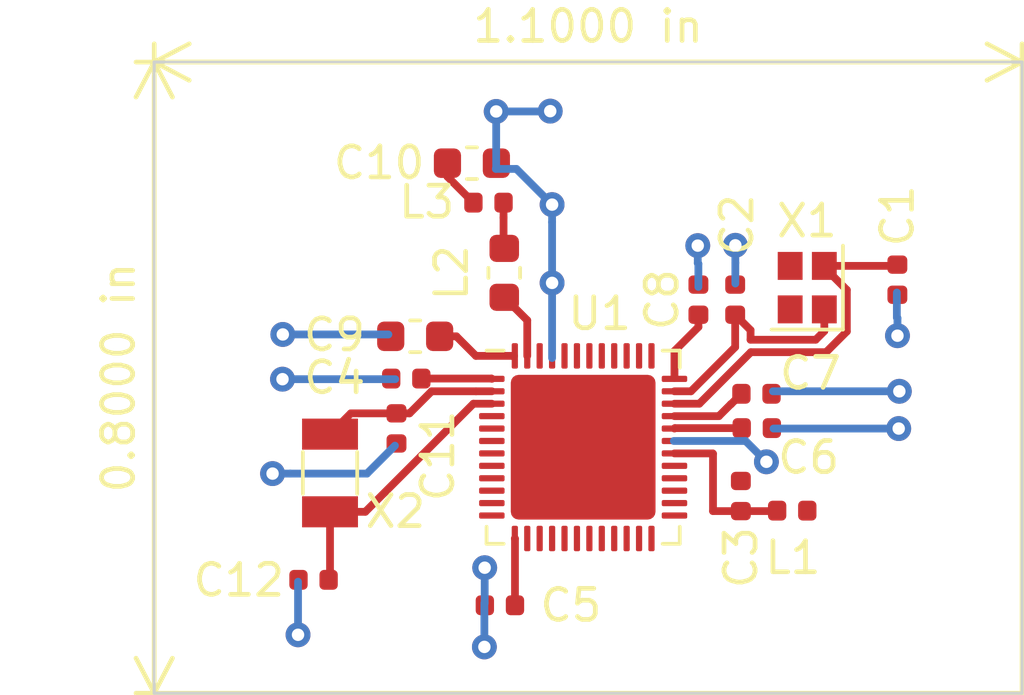
<source format=kicad_pcb>
(kicad_pcb (version 20171130) (host pcbnew "(5.1.2)-1")

  (general
    (thickness 1.6)
    (drawings 6)
    (tracks 115)
    (zones 0)
    (modules 18)
    (nets 48)
  )

  (page A4)
  (title_block
    (title "PCB layout: nRF52832")
    (date 2019-06-14)
    (rev V.1)
    (company "UFAL - Instituto de Computação")
  )

  (layers
    (0 F.Cu signal)
    (31 B.Cu signal)
    (32 B.Adhes user)
    (33 F.Adhes user)
    (34 B.Paste user)
    (35 F.Paste user)
    (36 B.SilkS user)
    (37 F.SilkS user)
    (38 B.Mask user)
    (39 F.Mask user)
    (40 Dwgs.User user)
    (41 Cmts.User user)
    (42 Eco1.User user)
    (43 Eco2.User user)
    (44 Edge.Cuts user)
    (45 Margin user)
    (46 B.CrtYd user)
    (47 F.CrtYd user hide)
    (48 B.Fab user)
    (49 F.Fab user hide)
  )

  (setup
    (last_trace_width 0.25)
    (trace_clearance 0)
    (zone_clearance 0.508)
    (zone_45_only no)
    (trace_min 0.2)
    (via_size 0.8)
    (via_drill 0.4)
    (via_min_size 0.4)
    (via_min_drill 0.3)
    (uvia_size 0.3)
    (uvia_drill 0.1)
    (uvias_allowed no)
    (uvia_min_size 0.2)
    (uvia_min_drill 0.1)
    (edge_width 0.1)
    (segment_width 0.2)
    (pcb_text_width 0.3)
    (pcb_text_size 1.5 1.5)
    (mod_edge_width 0.15)
    (mod_text_size 1 1)
    (mod_text_width 0.15)
    (pad_size 1.99898 1.99898)
    (pad_drill 0)
    (pad_to_mask_clearance 0)
    (aux_axis_origin 0 0)
    (visible_elements 7FFFFFFF)
    (pcbplotparams
      (layerselection 0x010fc_ffffffff)
      (usegerberextensions false)
      (usegerberattributes false)
      (usegerberadvancedattributes false)
      (creategerberjobfile false)
      (excludeedgelayer true)
      (linewidth 0.100000)
      (plotframeref false)
      (viasonmask false)
      (mode 1)
      (useauxorigin false)
      (hpglpennumber 1)
      (hpglpenspeed 20)
      (hpglpendiameter 15.000000)
      (psnegative false)
      (psa4output false)
      (plotreference true)
      (plotvalue true)
      (plotinvisibletext false)
      (padsonsilk false)
      (subtractmaskfromsilk false)
      (outputformat 1)
      (mirror false)
      (drillshape 1)
      (scaleselection 1)
      (outputdirectory ""))
  )

  (net 0 "")
  (net 1 "Net-(C1-Pad1)")
  (net 2 Earth)
  (net 3 "Net-(C2-Pad1)")
  (net 4 "Net-(C3-Pad1)")
  (net 5 "Net-(C4-Pad1)")
  (net 6 VDD)
  (net 7 "Net-(C6-Pad1)")
  (net 8 "Net-(C7-Pad1)")
  (net 9 "Net-(C10-Pad1)")
  (net 10 "Net-(C11-Pad1)")
  (net 11 "Net-(C12-Pad1)")
  (net 12 /RF)
  (net 13 "Net-(L2-Pad1)")
  (net 14 "Net-(L2-Pad2)")
  (net 15 "Net-(U1-Pad4)")
  (net 16 "Net-(U1-Pad5)")
  (net 17 "Net-(U1-Pad6)")
  (net 18 "Net-(U1-Pad7)")
  (net 19 "Net-(U1-Pad8)")
  (net 20 "Net-(U1-Pad9)")
  (net 21 "Net-(U1-Pad10)")
  (net 22 "Net-(U1-Pad11)")
  (net 23 "Net-(U1-Pad12)")
  (net 24 "Net-(U1-Pad14)")
  (net 25 "Net-(U1-Pad15)")
  (net 26 "Net-(U1-Pad16)")
  (net 27 "Net-(U1-Pad17)")
  (net 28 "Net-(U1-Pad18)")
  (net 29 "Net-(U1-Pad19)")
  (net 30 "Net-(U1-Pad20)")
  (net 31 "Net-(U1-Pad21)")
  (net 32 "Net-(U1-Pad22)")
  (net 33 "Net-(U1-Pad23)")
  (net 34 "Net-(U1-Pad24)")
  (net 35 "Net-(U1-Pad25)")
  (net 36 "Net-(U1-Pad26)")
  (net 37 "Net-(U1-Pad27)")
  (net 38 "Net-(U1-Pad28)")
  (net 39 "Net-(U1-Pad29)")
  (net 40 "Net-(U1-Pad37)")
  (net 41 "Net-(U1-Pad38)")
  (net 42 "Net-(U1-Pad39)")
  (net 43 "Net-(U1-Pad40)")
  (net 44 "Net-(U1-Pad41)")
  (net 45 "Net-(U1-Pad42)")
  (net 46 "Net-(U1-Pad43)")
  (net 47 "Net-(U1-Pad44)")

  (net_class Default "Esta é a classe de rede padrão."
    (clearance 0)
    (trace_width 0.25)
    (via_dia 0.8)
    (via_drill 0.4)
    (uvia_dia 0.3)
    (uvia_drill 0.1)
    (add_net /RF)
    (add_net Earth)
    (add_net "Net-(C1-Pad1)")
    (add_net "Net-(C10-Pad1)")
    (add_net "Net-(C11-Pad1)")
    (add_net "Net-(C12-Pad1)")
    (add_net "Net-(C2-Pad1)")
    (add_net "Net-(C3-Pad1)")
    (add_net "Net-(C4-Pad1)")
    (add_net "Net-(C6-Pad1)")
    (add_net "Net-(C7-Pad1)")
    (add_net "Net-(L2-Pad1)")
    (add_net "Net-(L2-Pad2)")
    (add_net "Net-(U1-Pad10)")
    (add_net "Net-(U1-Pad11)")
    (add_net "Net-(U1-Pad12)")
    (add_net "Net-(U1-Pad14)")
    (add_net "Net-(U1-Pad15)")
    (add_net "Net-(U1-Pad16)")
    (add_net "Net-(U1-Pad17)")
    (add_net "Net-(U1-Pad18)")
    (add_net "Net-(U1-Pad19)")
    (add_net "Net-(U1-Pad20)")
    (add_net "Net-(U1-Pad21)")
    (add_net "Net-(U1-Pad22)")
    (add_net "Net-(U1-Pad23)")
    (add_net "Net-(U1-Pad24)")
    (add_net "Net-(U1-Pad25)")
    (add_net "Net-(U1-Pad26)")
    (add_net "Net-(U1-Pad27)")
    (add_net "Net-(U1-Pad28)")
    (add_net "Net-(U1-Pad29)")
    (add_net "Net-(U1-Pad37)")
    (add_net "Net-(U1-Pad38)")
    (add_net "Net-(U1-Pad39)")
    (add_net "Net-(U1-Pad4)")
    (add_net "Net-(U1-Pad40)")
    (add_net "Net-(U1-Pad41)")
    (add_net "Net-(U1-Pad42)")
    (add_net "Net-(U1-Pad43)")
    (add_net "Net-(U1-Pad44)")
    (add_net "Net-(U1-Pad5)")
    (add_net "Net-(U1-Pad6)")
    (add_net "Net-(U1-Pad7)")
    (add_net "Net-(U1-Pad8)")
    (add_net "Net-(U1-Pad9)")
    (add_net VDD)
  )

  (module Inductor_SMD:L_0603_1608Metric (layer F.Cu) (tedit 5B301BBE) (tstamp 5D03AB2D)
    (at 181.45 82.9865 270)
    (descr "Inductor SMD 0603 (1608 Metric), square (rectangular) end terminal, IPC_7351 nominal, (Body size source: http://www.tortai-tech.com/upload/download/2011102023233369053.pdf), generated with kicad-footprint-generator")
    (tags inductor)
    (path /5CF854A7)
    (attr smd)
    (fp_text reference L2 (at 0 1.69926 90) (layer F.SilkS)
      (effects (font (size 1 1) (thickness 0.15)))
    )
    (fp_text value 10µ (at 0 1.43 90) (layer F.Fab)
      (effects (font (size 1 1) (thickness 0.15)))
    )
    (fp_line (start -0.8 0.4) (end -0.8 -0.4) (layer F.Fab) (width 0.1))
    (fp_line (start -0.8 -0.4) (end 0.8 -0.4) (layer F.Fab) (width 0.1))
    (fp_line (start 0.8 -0.4) (end 0.8 0.4) (layer F.Fab) (width 0.1))
    (fp_line (start 0.8 0.4) (end -0.8 0.4) (layer F.Fab) (width 0.1))
    (fp_line (start -0.162779 -0.51) (end 0.162779 -0.51) (layer F.SilkS) (width 0.12))
    (fp_line (start -0.162779 0.51) (end 0.162779 0.51) (layer F.SilkS) (width 0.12))
    (fp_line (start -1.48 0.73) (end -1.48 -0.73) (layer F.CrtYd) (width 0.05))
    (fp_line (start -1.48 -0.73) (end 1.48 -0.73) (layer F.CrtYd) (width 0.05))
    (fp_line (start 1.48 -0.73) (end 1.48 0.73) (layer F.CrtYd) (width 0.05))
    (fp_line (start 1.48 0.73) (end -1.48 0.73) (layer F.CrtYd) (width 0.05))
    (fp_text user %R (at 0 0 90) (layer F.Fab)
      (effects (font (size 0.4 0.4) (thickness 0.06)))
    )
    (pad 1 smd roundrect (at -0.7875 0 270) (size 0.875 0.95) (layers F.Cu F.Paste F.Mask) (roundrect_rratio 0.25)
      (net 13 "Net-(L2-Pad1)"))
    (pad 2 smd roundrect (at 0.7875 0 270) (size 0.875 0.95) (layers F.Cu F.Paste F.Mask) (roundrect_rratio 0.25)
      (net 14 "Net-(L2-Pad2)"))
    (model ${KISYS3DMOD}/Inductor_SMD.3dshapes/L_0603_1608Metric.wrl
      (at (xyz 0 0 0))
      (scale (xyz 1 1 1))
      (rotate (xyz 0 0 0))
    )
  )

  (module Crystal:Crystal_SMD_3215-2Pin_3.2x1.5mm (layer F.Cu) (tedit 5A0FD1B2) (tstamp 5D03ABB4)
    (at 175.84 89.43 90)
    (descr "SMD Crystal FC-135 https://support.epson.biz/td/api/doc_check.php?dl=brief_FC-135R_en.pdf")
    (tags "SMD SMT Crystal")
    (path /5CF68FE2)
    (attr smd)
    (fp_text reference X2 (at -1.23952 2.10566 180) (layer F.SilkS)
      (effects (font (size 1 1) (thickness 0.15)))
    )
    (fp_text value 32.768kHz (at 0 2 90) (layer F.Fab)
      (effects (font (size 1 1) (thickness 0.15)))
    )
    (fp_text user %R (at 0 -2 90) (layer F.Fab)
      (effects (font (size 1 1) (thickness 0.15)))
    )
    (fp_line (start -2 -1.15) (end 2 -1.15) (layer F.CrtYd) (width 0.05))
    (fp_line (start -1.6 -0.75) (end -1.6 0.75) (layer F.Fab) (width 0.1))
    (fp_line (start -0.675 0.875) (end 0.675 0.875) (layer F.SilkS) (width 0.12))
    (fp_line (start -0.675 -0.875) (end 0.675 -0.875) (layer F.SilkS) (width 0.12))
    (fp_line (start 1.6 -0.75) (end 1.6 0.75) (layer F.Fab) (width 0.1))
    (fp_line (start -1.6 -0.75) (end 1.6 -0.75) (layer F.Fab) (width 0.1))
    (fp_line (start -1.6 0.75) (end 1.6 0.75) (layer F.Fab) (width 0.1))
    (fp_line (start -2 1.15) (end 2 1.15) (layer F.CrtYd) (width 0.05))
    (fp_line (start -2 -1.15) (end -2 1.15) (layer F.CrtYd) (width 0.05))
    (fp_line (start 2 -1.15) (end 2 1.15) (layer F.CrtYd) (width 0.05))
    (pad 1 smd rect (at 1.25 0 90) (size 1 1.8) (layers F.Cu F.Paste F.Mask)
      (net 10 "Net-(C11-Pad1)"))
    (pad 2 smd rect (at -1.25 0 90) (size 1 1.8) (layers F.Cu F.Paste F.Mask)
      (net 11 "Net-(C12-Pad1)"))
    (model ${KISYS3DMOD}/Crystal.3dshapes/Crystal_SMD_3215-2Pin_3.2x1.5mm.wrl
      (at (xyz 0 0 0))
      (scale (xyz 1 1 1))
      (rotate (xyz 0 0 0))
    )
  )

  (module Crystal:Crystal_SMD_2016-4Pin_2.0x1.6mm (layer F.Cu) (tedit 5A0FD1B2) (tstamp 5D03DBA1)
    (at 191.20478 83.46262 90)
    (descr "SMD Crystal SERIES SMD2016/4 http://www.q-crystal.com/upload/5/2015552223166229.pdf, 2.0x1.6mm^2 package")
    (tags "SMD SMT crystal")
    (path /5CF9BA20)
    (attr smd)
    (fp_text reference X1 (at 2.14734 -0.01134 180) (layer F.SilkS)
      (effects (font (size 1 1) (thickness 0.15)))
    )
    (fp_text value 32MHz (at 0 2 90) (layer F.Fab)
      (effects (font (size 1 1) (thickness 0.15)))
    )
    (fp_text user %R (at 0 0 90) (layer F.Fab)
      (effects (font (size 0.5 0.5) (thickness 0.075)))
    )
    (fp_line (start -0.9 -0.8) (end 0.9 -0.8) (layer F.Fab) (width 0.1))
    (fp_line (start 0.9 -0.8) (end 1 -0.7) (layer F.Fab) (width 0.1))
    (fp_line (start 1 -0.7) (end 1 0.7) (layer F.Fab) (width 0.1))
    (fp_line (start 1 0.7) (end 0.9 0.8) (layer F.Fab) (width 0.1))
    (fp_line (start 0.9 0.8) (end -0.9 0.8) (layer F.Fab) (width 0.1))
    (fp_line (start -0.9 0.8) (end -1 0.7) (layer F.Fab) (width 0.1))
    (fp_line (start -1 0.7) (end -1 -0.7) (layer F.Fab) (width 0.1))
    (fp_line (start -1 -0.7) (end -0.9 -0.8) (layer F.Fab) (width 0.1))
    (fp_line (start -1 0.3) (end -0.5 0.8) (layer F.Fab) (width 0.1))
    (fp_line (start -1.35 -1.15) (end -1.35 1.15) (layer F.SilkS) (width 0.12))
    (fp_line (start -1.35 1.15) (end 1.35 1.15) (layer F.SilkS) (width 0.12))
    (fp_line (start -1.4 -1.3) (end -1.4 1.3) (layer F.CrtYd) (width 0.05))
    (fp_line (start -1.4 1.3) (end 1.4 1.3) (layer F.CrtYd) (width 0.05))
    (fp_line (start 1.4 1.3) (end 1.4 -1.3) (layer F.CrtYd) (width 0.05))
    (fp_line (start 1.4 -1.3) (end -1.4 -1.3) (layer F.CrtYd) (width 0.05))
    (pad 1 smd rect (at -0.7 0.55 90) (size 0.9 0.8) (layers F.Cu F.Paste F.Mask)
      (net 3 "Net-(C2-Pad1)"))
    (pad 2 smd rect (at 0.7 0.55 90) (size 0.9 0.8) (layers F.Cu F.Paste F.Mask)
      (net 1 "Net-(C1-Pad1)"))
    (pad 3 smd rect (at 0.7 -0.55 90) (size 0.9 0.8) (layers F.Cu F.Paste F.Mask))
    (pad 4 smd rect (at -0.7 -0.55 90) (size 0.9 0.8) (layers F.Cu F.Paste F.Mask))
    (model ${KISYS3DMOD}/Crystal.3dshapes/Crystal_SMD_2016-4Pin_2.0x1.6mm.wrl
      (at (xyz 0 0 0))
      (scale (xyz 1 1 1))
      (rotate (xyz 0 0 0))
    )
  )

  (module Capacitor_SMD:C_0402_1005Metric (layer F.Cu) (tedit 5B301BBE) (tstamp 5D03AA64)
    (at 194.10682 83.20744 270)
    (descr "Capacitor SMD 0402 (1005 Metric), square (rectangular) end terminal, IPC_7351 nominal, (Body size source: http://www.tortai-tech.com/upload/download/2011102023233369053.pdf), generated with kicad-footprint-generator")
    (tags capacitor)
    (path /5CF9BA1E)
    (attr smd)
    (fp_text reference C1 (at -2.055 0 90) (layer F.SilkS)
      (effects (font (size 1 1) (thickness 0.15)))
    )
    (fp_text value 12p (at 0 1.17 90) (layer F.Fab)
      (effects (font (size 1 1) (thickness 0.15)))
    )
    (fp_line (start -0.5 0.25) (end -0.5 -0.25) (layer F.Fab) (width 0.1))
    (fp_line (start -0.5 -0.25) (end 0.5 -0.25) (layer F.Fab) (width 0.1))
    (fp_line (start 0.5 -0.25) (end 0.5 0.25) (layer F.Fab) (width 0.1))
    (fp_line (start 0.5 0.25) (end -0.5 0.25) (layer F.Fab) (width 0.1))
    (fp_line (start -0.93 0.47) (end -0.93 -0.47) (layer F.CrtYd) (width 0.05))
    (fp_line (start -0.93 -0.47) (end 0.93 -0.47) (layer F.CrtYd) (width 0.05))
    (fp_line (start 0.93 -0.47) (end 0.93 0.47) (layer F.CrtYd) (width 0.05))
    (fp_line (start 0.93 0.47) (end -0.93 0.47) (layer F.CrtYd) (width 0.05))
    (fp_text user %R (at 0 0 90) (layer F.Fab)
      (effects (font (size 0.25 0.25) (thickness 0.04)))
    )
    (pad 1 smd roundrect (at -0.485 0 270) (size 0.59 0.64) (layers F.Cu F.Paste F.Mask) (roundrect_rratio 0.25)
      (net 1 "Net-(C1-Pad1)"))
    (pad 2 smd roundrect (at 0.485 0 270) (size 0.59 0.64) (layers F.Cu F.Paste F.Mask) (roundrect_rratio 0.25)
      (net 2 Earth))
    (model ${KISYS3DMOD}/Capacitor_SMD.3dshapes/C_0402_1005Metric.wrl
      (at (xyz 0 0 0))
      (scale (xyz 1 1 1))
      (rotate (xyz 0 0 0))
    )
  )

  (module Capacitor_SMD:C_0402_1005Metric (layer F.Cu) (tedit 5B301BBE) (tstamp 5D03AA73)
    (at 188.88458 83.8502 90)
    (descr "Capacitor SMD 0402 (1005 Metric), square (rectangular) end terminal, IPC_7351 nominal, (Body size source: http://www.tortai-tech.com/upload/download/2011102023233369053.pdf), generated with kicad-footprint-generator")
    (tags capacitor)
    (path /5CF9BA1D)
    (attr smd)
    (fp_text reference C2 (at 2.40538 0.05588 90) (layer F.SilkS)
      (effects (font (size 1 1) (thickness 0.15)))
    )
    (fp_text value 12p (at 0 1.17 90) (layer F.Fab)
      (effects (font (size 1 1) (thickness 0.15)))
    )
    (fp_text user %R (at 0 0 90) (layer F.Fab)
      (effects (font (size 0.25 0.25) (thickness 0.04)))
    )
    (fp_line (start 0.93 0.47) (end -0.93 0.47) (layer F.CrtYd) (width 0.05))
    (fp_line (start 0.93 -0.47) (end 0.93 0.47) (layer F.CrtYd) (width 0.05))
    (fp_line (start -0.93 -0.47) (end 0.93 -0.47) (layer F.CrtYd) (width 0.05))
    (fp_line (start -0.93 0.47) (end -0.93 -0.47) (layer F.CrtYd) (width 0.05))
    (fp_line (start 0.5 0.25) (end -0.5 0.25) (layer F.Fab) (width 0.1))
    (fp_line (start 0.5 -0.25) (end 0.5 0.25) (layer F.Fab) (width 0.1))
    (fp_line (start -0.5 -0.25) (end 0.5 -0.25) (layer F.Fab) (width 0.1))
    (fp_line (start -0.5 0.25) (end -0.5 -0.25) (layer F.Fab) (width 0.1))
    (pad 2 smd roundrect (at 0.485 0 90) (size 0.59 0.64) (layers F.Cu F.Paste F.Mask) (roundrect_rratio 0.25)
      (net 2 Earth))
    (pad 1 smd roundrect (at -0.485 0 90) (size 0.59 0.64) (layers F.Cu F.Paste F.Mask) (roundrect_rratio 0.25)
      (net 3 "Net-(C2-Pad1)"))
    (model ${KISYS3DMOD}/Capacitor_SMD.3dshapes/C_0402_1005Metric.wrl
      (at (xyz 0 0 0))
      (scale (xyz 1 1 1))
      (rotate (xyz 0 0 0))
    )
  )

  (module Capacitor_SMD:C_0402_1005Metric (layer F.Cu) (tedit 5B301BBE) (tstamp 5D03B37C)
    (at 189.06746 90.1724 90)
    (descr "Capacitor SMD 0402 (1005 Metric), square (rectangular) end terminal, IPC_7351 nominal, (Body size source: http://www.tortai-tech.com/upload/download/2011102023233369053.pdf), generated with kicad-footprint-generator")
    (tags capacitor)
    (path /5CFCE1E4)
    (attr smd)
    (fp_text reference C3 (at -1.9836 0.00254 90) (layer F.SilkS)
      (effects (font (size 1 1) (thickness 0.15)))
    )
    (fp_text value 0.8p (at 0 1.17 90) (layer F.Fab)
      (effects (font (size 1 1) (thickness 0.15)))
    )
    (fp_text user %R (at 0 0 90) (layer F.Fab)
      (effects (font (size 0.25 0.25) (thickness 0.04)))
    )
    (fp_line (start 0.93 0.47) (end -0.93 0.47) (layer F.CrtYd) (width 0.05))
    (fp_line (start 0.93 -0.47) (end 0.93 0.47) (layer F.CrtYd) (width 0.05))
    (fp_line (start -0.93 -0.47) (end 0.93 -0.47) (layer F.CrtYd) (width 0.05))
    (fp_line (start -0.93 0.47) (end -0.93 -0.47) (layer F.CrtYd) (width 0.05))
    (fp_line (start 0.5 0.25) (end -0.5 0.25) (layer F.Fab) (width 0.1))
    (fp_line (start 0.5 -0.25) (end 0.5 0.25) (layer F.Fab) (width 0.1))
    (fp_line (start -0.5 -0.25) (end 0.5 -0.25) (layer F.Fab) (width 0.1))
    (fp_line (start -0.5 0.25) (end -0.5 -0.25) (layer F.Fab) (width 0.1))
    (pad 2 smd roundrect (at 0.485 0 90) (size 0.59 0.64) (layers F.Cu F.Paste F.Mask) (roundrect_rratio 0.25)
      (net 2 Earth))
    (pad 1 smd roundrect (at -0.485 0 90) (size 0.59 0.64) (layers F.Cu F.Paste F.Mask) (roundrect_rratio 0.25)
      (net 4 "Net-(C3-Pad1)"))
    (model ${KISYS3DMOD}/Capacitor_SMD.3dshapes/C_0402_1005Metric.wrl
      (at (xyz 0 0 0))
      (scale (xyz 1 1 1))
      (rotate (xyz 0 0 0))
    )
  )

  (module Capacitor_SMD:C_0402_1005Metric (layer F.Cu) (tedit 5B301BBE) (tstamp 5D03BAE4)
    (at 178.295 86.39 180)
    (descr "Capacitor SMD 0402 (1005 Metric), square (rectangular) end terminal, IPC_7351 nominal, (Body size source: http://www.tortai-tech.com/upload/download/2011102023233369053.pdf), generated with kicad-footprint-generator")
    (tags capacitor)
    (path /5CF82198)
    (attr smd)
    (fp_text reference C4 (at 2.305 0.03) (layer F.SilkS)
      (effects (font (size 1 1) (thickness 0.15)))
    )
    (fp_text value 100n (at 0 1.17) (layer F.Fab)
      (effects (font (size 1 1) (thickness 0.15)))
    )
    (fp_text user %R (at 0 0) (layer F.Fab)
      (effects (font (size 0.25 0.25) (thickness 0.04)))
    )
    (fp_line (start 0.93 0.47) (end -0.93 0.47) (layer F.CrtYd) (width 0.05))
    (fp_line (start 0.93 -0.47) (end 0.93 0.47) (layer F.CrtYd) (width 0.05))
    (fp_line (start -0.93 -0.47) (end 0.93 -0.47) (layer F.CrtYd) (width 0.05))
    (fp_line (start -0.93 0.47) (end -0.93 -0.47) (layer F.CrtYd) (width 0.05))
    (fp_line (start 0.5 0.25) (end -0.5 0.25) (layer F.Fab) (width 0.1))
    (fp_line (start 0.5 -0.25) (end 0.5 0.25) (layer F.Fab) (width 0.1))
    (fp_line (start -0.5 -0.25) (end 0.5 -0.25) (layer F.Fab) (width 0.1))
    (fp_line (start -0.5 0.25) (end -0.5 -0.25) (layer F.Fab) (width 0.1))
    (pad 2 smd roundrect (at 0.485 0 180) (size 0.59 0.64) (layers F.Cu F.Paste F.Mask) (roundrect_rratio 0.25)
      (net 2 Earth))
    (pad 1 smd roundrect (at -0.485 0 180) (size 0.59 0.64) (layers F.Cu F.Paste F.Mask) (roundrect_rratio 0.25)
      (net 5 "Net-(C4-Pad1)"))
    (model ${KISYS3DMOD}/Capacitor_SMD.3dshapes/C_0402_1005Metric.wrl
      (at (xyz 0 0 0))
      (scale (xyz 1 1 1))
      (rotate (xyz 0 0 0))
    )
  )

  (module Capacitor_SMD:C_0402_1005Metric (layer F.Cu) (tedit 5B301BBE) (tstamp 5D03AAA0)
    (at 181.31 93.69 180)
    (descr "Capacitor SMD 0402 (1005 Metric), square (rectangular) end terminal, IPC_7351 nominal, (Body size source: http://www.tortai-tech.com/upload/download/2011102023233369053.pdf), generated with kicad-footprint-generator")
    (tags capacitor)
    (path /5CFE9B17)
    (attr smd)
    (fp_text reference C5 (at -2.285 0) (layer F.SilkS)
      (effects (font (size 1 1) (thickness 0.15)))
    )
    (fp_text value 100n (at 0 1.17) (layer F.Fab)
      (effects (font (size 1 1) (thickness 0.15)))
    )
    (fp_line (start -0.5 0.25) (end -0.5 -0.25) (layer F.Fab) (width 0.1))
    (fp_line (start -0.5 -0.25) (end 0.5 -0.25) (layer F.Fab) (width 0.1))
    (fp_line (start 0.5 -0.25) (end 0.5 0.25) (layer F.Fab) (width 0.1))
    (fp_line (start 0.5 0.25) (end -0.5 0.25) (layer F.Fab) (width 0.1))
    (fp_line (start -0.93 0.47) (end -0.93 -0.47) (layer F.CrtYd) (width 0.05))
    (fp_line (start -0.93 -0.47) (end 0.93 -0.47) (layer F.CrtYd) (width 0.05))
    (fp_line (start 0.93 -0.47) (end 0.93 0.47) (layer F.CrtYd) (width 0.05))
    (fp_line (start 0.93 0.47) (end -0.93 0.47) (layer F.CrtYd) (width 0.05))
    (fp_text user %R (at 0 0) (layer F.Fab)
      (effects (font (size 0.25 0.25) (thickness 0.04)))
    )
    (pad 1 smd roundrect (at -0.485 0 180) (size 0.59 0.64) (layers F.Cu F.Paste F.Mask) (roundrect_rratio 0.25)
      (net 6 VDD))
    (pad 2 smd roundrect (at 0.485 0 180) (size 0.59 0.64) (layers F.Cu F.Paste F.Mask) (roundrect_rratio 0.25)
      (net 2 Earth))
    (model ${KISYS3DMOD}/Capacitor_SMD.3dshapes/C_0402_1005Metric.wrl
      (at (xyz 0 0 0))
      (scale (xyz 1 1 1))
      (rotate (xyz 0 0 0))
    )
  )

  (module Capacitor_SMD:C_0402_1005Metric (layer F.Cu) (tedit 5B301BBE) (tstamp 5D047AFC)
    (at 189.58068 87.98532)
    (descr "Capacitor SMD 0402 (1005 Metric), square (rectangular) end terminal, IPC_7351 nominal, (Body size source: http://www.tortai-tech.com/upload/download/2011102023233369053.pdf), generated with kicad-footprint-generator")
    (tags capacitor)
    (path /5CFB700E)
    (attr smd)
    (fp_text reference C6 (at 1.66932 0.94468) (layer F.SilkS)
      (effects (font (size 1 1) (thickness 0.15)))
    )
    (fp_text value N.C. (at 0 1.17) (layer F.Fab)
      (effects (font (size 1 1) (thickness 0.15)))
    )
    (fp_text user %R (at 0 0) (layer F.Fab)
      (effects (font (size 0.25 0.25) (thickness 0.04)))
    )
    (fp_line (start 0.93 0.47) (end -0.93 0.47) (layer F.CrtYd) (width 0.05))
    (fp_line (start 0.93 -0.47) (end 0.93 0.47) (layer F.CrtYd) (width 0.05))
    (fp_line (start -0.93 -0.47) (end 0.93 -0.47) (layer F.CrtYd) (width 0.05))
    (fp_line (start -0.93 0.47) (end -0.93 -0.47) (layer F.CrtYd) (width 0.05))
    (fp_line (start 0.5 0.25) (end -0.5 0.25) (layer F.Fab) (width 0.1))
    (fp_line (start 0.5 -0.25) (end 0.5 0.25) (layer F.Fab) (width 0.1))
    (fp_line (start -0.5 -0.25) (end 0.5 -0.25) (layer F.Fab) (width 0.1))
    (fp_line (start -0.5 0.25) (end -0.5 -0.25) (layer F.Fab) (width 0.1))
    (pad 2 smd roundrect (at 0.485 0) (size 0.59 0.64) (layers F.Cu F.Paste F.Mask) (roundrect_rratio 0.25)
      (net 2 Earth))
    (pad 1 smd roundrect (at -0.485 0) (size 0.59 0.64) (layers F.Cu F.Paste F.Mask) (roundrect_rratio 0.25)
      (net 7 "Net-(C6-Pad1)"))
    (model ${KISYS3DMOD}/Capacitor_SMD.3dshapes/C_0402_1005Metric.wrl
      (at (xyz 0 0 0))
      (scale (xyz 1 1 1))
      (rotate (xyz 0 0 0))
    )
  )

  (module Capacitor_SMD:C_0402_1005Metric (layer F.Cu) (tedit 5B301BBE) (tstamp 5D03C7B3)
    (at 189.57024 86.88042)
    (descr "Capacitor SMD 0402 (1005 Metric), square (rectangular) end terminal, IPC_7351 nominal, (Body size source: http://www.tortai-tech.com/upload/download/2011102023233369053.pdf), generated with kicad-footprint-generator")
    (tags capacitor)
    (path /5CFB7010)
    (attr smd)
    (fp_text reference C7 (at 1.73976 -0.66042) (layer F.SilkS)
      (effects (font (size 1 1) (thickness 0.15)))
    )
    (fp_text value 100p (at 0 1.17) (layer F.Fab)
      (effects (font (size 1 1) (thickness 0.15)))
    )
    (fp_line (start -0.5 0.25) (end -0.5 -0.25) (layer F.Fab) (width 0.1))
    (fp_line (start -0.5 -0.25) (end 0.5 -0.25) (layer F.Fab) (width 0.1))
    (fp_line (start 0.5 -0.25) (end 0.5 0.25) (layer F.Fab) (width 0.1))
    (fp_line (start 0.5 0.25) (end -0.5 0.25) (layer F.Fab) (width 0.1))
    (fp_line (start -0.93 0.47) (end -0.93 -0.47) (layer F.CrtYd) (width 0.05))
    (fp_line (start -0.93 -0.47) (end 0.93 -0.47) (layer F.CrtYd) (width 0.05))
    (fp_line (start 0.93 -0.47) (end 0.93 0.47) (layer F.CrtYd) (width 0.05))
    (fp_line (start 0.93 0.47) (end -0.93 0.47) (layer F.CrtYd) (width 0.05))
    (fp_text user %R (at 0 0) (layer F.Fab)
      (effects (font (size 0.25 0.25) (thickness 0.04)))
    )
    (pad 1 smd roundrect (at -0.485 0) (size 0.59 0.64) (layers F.Cu F.Paste F.Mask) (roundrect_rratio 0.25)
      (net 8 "Net-(C7-Pad1)"))
    (pad 2 smd roundrect (at 0.485 0) (size 0.59 0.64) (layers F.Cu F.Paste F.Mask) (roundrect_rratio 0.25)
      (net 2 Earth))
    (model ${KISYS3DMOD}/Capacitor_SMD.3dshapes/C_0402_1005Metric.wrl
      (at (xyz 0 0 0))
      (scale (xyz 1 1 1))
      (rotate (xyz 0 0 0))
    )
  )

  (module Capacitor_SMD:C_0402_1005Metric (layer F.Cu) (tedit 5B301BBE) (tstamp 5D03AACD)
    (at 187.70094 83.8502 90)
    (descr "Capacitor SMD 0402 (1005 Metric), square (rectangular) end terminal, IPC_7351 nominal, (Body size source: http://www.tortai-tech.com/upload/download/2011102023233369053.pdf), generated with kicad-footprint-generator")
    (tags capacitor)
    (path /5CF975E0)
    (attr smd)
    (fp_text reference C8 (at 0 -1.17 90) (layer F.SilkS)
      (effects (font (size 1 1) (thickness 0.15)))
    )
    (fp_text value 100n (at 0 1.17 90) (layer F.Fab)
      (effects (font (size 1 1) (thickness 0.15)))
    )
    (fp_line (start -0.5 0.25) (end -0.5 -0.25) (layer F.Fab) (width 0.1))
    (fp_line (start -0.5 -0.25) (end 0.5 -0.25) (layer F.Fab) (width 0.1))
    (fp_line (start 0.5 -0.25) (end 0.5 0.25) (layer F.Fab) (width 0.1))
    (fp_line (start 0.5 0.25) (end -0.5 0.25) (layer F.Fab) (width 0.1))
    (fp_line (start -0.93 0.47) (end -0.93 -0.47) (layer F.CrtYd) (width 0.05))
    (fp_line (start -0.93 -0.47) (end 0.93 -0.47) (layer F.CrtYd) (width 0.05))
    (fp_line (start 0.93 -0.47) (end 0.93 0.47) (layer F.CrtYd) (width 0.05))
    (fp_line (start 0.93 0.47) (end -0.93 0.47) (layer F.CrtYd) (width 0.05))
    (fp_text user %R (at 0 0 90) (layer F.Fab)
      (effects (font (size 0.25 0.25) (thickness 0.04)))
    )
    (pad 1 smd roundrect (at -0.485 0 90) (size 0.59 0.64) (layers F.Cu F.Paste F.Mask) (roundrect_rratio 0.25)
      (net 6 VDD))
    (pad 2 smd roundrect (at 0.485 0 90) (size 0.59 0.64) (layers F.Cu F.Paste F.Mask) (roundrect_rratio 0.25)
      (net 2 Earth))
    (model ${KISYS3DMOD}/Capacitor_SMD.3dshapes/C_0402_1005Metric.wrl
      (at (xyz 0 0 0))
      (scale (xyz 1 1 1))
      (rotate (xyz 0 0 0))
    )
  )

  (module Capacitor_SMD:C_0603_1608Metric (layer F.Cu) (tedit 5B301BBE) (tstamp 5D03AADE)
    (at 178.5825 85.03 180)
    (descr "Capacitor SMD 0603 (1608 Metric), square (rectangular) end terminal, IPC_7351 nominal, (Body size source: http://www.tortai-tech.com/upload/download/2011102023233369053.pdf), generated with kicad-footprint-generator")
    (tags capacitor)
    (path /5CF8C489)
    (attr smd)
    (fp_text reference C9 (at 2.5981 0.049) (layer F.SilkS)
      (effects (font (size 1 1) (thickness 0.15)))
    )
    (fp_text value 4.7µ (at 0 1.43) (layer F.Fab)
      (effects (font (size 1 1) (thickness 0.15)))
    )
    (fp_text user %R (at 0 0) (layer F.Fab)
      (effects (font (size 0.4 0.4) (thickness 0.06)))
    )
    (fp_line (start 1.48 0.73) (end -1.48 0.73) (layer F.CrtYd) (width 0.05))
    (fp_line (start 1.48 -0.73) (end 1.48 0.73) (layer F.CrtYd) (width 0.05))
    (fp_line (start -1.48 -0.73) (end 1.48 -0.73) (layer F.CrtYd) (width 0.05))
    (fp_line (start -1.48 0.73) (end -1.48 -0.73) (layer F.CrtYd) (width 0.05))
    (fp_line (start -0.162779 0.51) (end 0.162779 0.51) (layer F.SilkS) (width 0.12))
    (fp_line (start -0.162779 -0.51) (end 0.162779 -0.51) (layer F.SilkS) (width 0.12))
    (fp_line (start 0.8 0.4) (end -0.8 0.4) (layer F.Fab) (width 0.1))
    (fp_line (start 0.8 -0.4) (end 0.8 0.4) (layer F.Fab) (width 0.1))
    (fp_line (start -0.8 -0.4) (end 0.8 -0.4) (layer F.Fab) (width 0.1))
    (fp_line (start -0.8 0.4) (end -0.8 -0.4) (layer F.Fab) (width 0.1))
    (pad 2 smd roundrect (at 0.7875 0 180) (size 0.875 0.95) (layers F.Cu F.Paste F.Mask) (roundrect_rratio 0.25)
      (net 2 Earth))
    (pad 1 smd roundrect (at -0.7875 0 180) (size 0.875 0.95) (layers F.Cu F.Paste F.Mask) (roundrect_rratio 0.25)
      (net 6 VDD))
    (model ${KISYS3DMOD}/Capacitor_SMD.3dshapes/C_0603_1608Metric.wrl
      (at (xyz 0 0 0))
      (scale (xyz 1 1 1))
      (rotate (xyz 0 0 0))
    )
  )

  (module Capacitor_SMD:C_0603_1608Metric (layer F.Cu) (tedit 5B301BBE) (tstamp 5D03AAEF)
    (at 180.4085 79.456)
    (descr "Capacitor SMD 0603 (1608 Metric), square (rectangular) end terminal, IPC_7351 nominal, (Body size source: http://www.tortai-tech.com/upload/download/2011102023233369053.pdf), generated with kicad-footprint-generator")
    (tags capacitor)
    (path /5CF8C7F5)
    (attr smd)
    (fp_text reference C10 (at -2.98714 -0.0127) (layer F.SilkS)
      (effects (font (size 1 1) (thickness 0.15)))
    )
    (fp_text value 1.0µ (at 0 1.43) (layer F.Fab)
      (effects (font (size 1 1) (thickness 0.15)))
    )
    (fp_line (start -0.8 0.4) (end -0.8 -0.4) (layer F.Fab) (width 0.1))
    (fp_line (start -0.8 -0.4) (end 0.8 -0.4) (layer F.Fab) (width 0.1))
    (fp_line (start 0.8 -0.4) (end 0.8 0.4) (layer F.Fab) (width 0.1))
    (fp_line (start 0.8 0.4) (end -0.8 0.4) (layer F.Fab) (width 0.1))
    (fp_line (start -0.162779 -0.51) (end 0.162779 -0.51) (layer F.SilkS) (width 0.12))
    (fp_line (start -0.162779 0.51) (end 0.162779 0.51) (layer F.SilkS) (width 0.12))
    (fp_line (start -1.48 0.73) (end -1.48 -0.73) (layer F.CrtYd) (width 0.05))
    (fp_line (start -1.48 -0.73) (end 1.48 -0.73) (layer F.CrtYd) (width 0.05))
    (fp_line (start 1.48 -0.73) (end 1.48 0.73) (layer F.CrtYd) (width 0.05))
    (fp_line (start 1.48 0.73) (end -1.48 0.73) (layer F.CrtYd) (width 0.05))
    (fp_text user %R (at 0 0) (layer F.Fab)
      (effects (font (size 0.4 0.4) (thickness 0.06)))
    )
    (pad 1 smd roundrect (at -0.7875 0) (size 0.875 0.95) (layers F.Cu F.Paste F.Mask) (roundrect_rratio 0.25)
      (net 9 "Net-(C10-Pad1)"))
    (pad 2 smd roundrect (at 0.7875 0) (size 0.875 0.95) (layers F.Cu F.Paste F.Mask) (roundrect_rratio 0.25)
      (net 2 Earth))
    (model ${KISYS3DMOD}/Capacitor_SMD.3dshapes/C_0603_1608Metric.wrl
      (at (xyz 0 0 0))
      (scale (xyz 1 1 1))
      (rotate (xyz 0 0 0))
    )
  )

  (module Capacitor_SMD:C_0402_1005Metric (layer F.Cu) (tedit 5B301BBE) (tstamp 5D03BAA1)
    (at 177.98 87.995 270)
    (descr "Capacitor SMD 0402 (1005 Metric), square (rectangular) end terminal, IPC_7351 nominal, (Body size source: http://www.tortai-tech.com/upload/download/2011102023233369053.pdf), generated with kicad-footprint-generator")
    (tags capacitor)
    (path /5CF65B14)
    (attr smd)
    (fp_text reference C11 (at 0.885 -1.33 90) (layer F.SilkS)
      (effects (font (size 1 1) (thickness 0.15)))
    )
    (fp_text value 12p (at 0 1.17 90) (layer F.Fab)
      (effects (font (size 1 1) (thickness 0.15)))
    )
    (fp_text user %R (at 0 0 90) (layer F.Fab)
      (effects (font (size 0.25 0.25) (thickness 0.04)))
    )
    (fp_line (start 0.93 0.47) (end -0.93 0.47) (layer F.CrtYd) (width 0.05))
    (fp_line (start 0.93 -0.47) (end 0.93 0.47) (layer F.CrtYd) (width 0.05))
    (fp_line (start -0.93 -0.47) (end 0.93 -0.47) (layer F.CrtYd) (width 0.05))
    (fp_line (start -0.93 0.47) (end -0.93 -0.47) (layer F.CrtYd) (width 0.05))
    (fp_line (start 0.5 0.25) (end -0.5 0.25) (layer F.Fab) (width 0.1))
    (fp_line (start 0.5 -0.25) (end 0.5 0.25) (layer F.Fab) (width 0.1))
    (fp_line (start -0.5 -0.25) (end 0.5 -0.25) (layer F.Fab) (width 0.1))
    (fp_line (start -0.5 0.25) (end -0.5 -0.25) (layer F.Fab) (width 0.1))
    (pad 2 smd roundrect (at 0.485 0 270) (size 0.59 0.64) (layers F.Cu F.Paste F.Mask) (roundrect_rratio 0.25)
      (net 2 Earth))
    (pad 1 smd roundrect (at -0.485 0 270) (size 0.59 0.64) (layers F.Cu F.Paste F.Mask) (roundrect_rratio 0.25)
      (net 10 "Net-(C11-Pad1)"))
    (model ${KISYS3DMOD}/Capacitor_SMD.3dshapes/C_0402_1005Metric.wrl
      (at (xyz 0 0 0))
      (scale (xyz 1 1 1))
      (rotate (xyz 0 0 0))
    )
  )

  (module Capacitor_SMD:C_0402_1005Metric (layer F.Cu) (tedit 5B301BBE) (tstamp 5D03AB0D)
    (at 175.31 92.87 180)
    (descr "Capacitor SMD 0402 (1005 Metric), square (rectangular) end terminal, IPC_7351 nominal, (Body size source: http://www.tortai-tech.com/upload/download/2011102023233369053.pdf), generated with kicad-footprint-generator")
    (tags capacitor)
    (path /5CF676B8)
    (attr smd)
    (fp_text reference C12 (at 2.40792 -0.0127) (layer F.SilkS)
      (effects (font (size 1 1) (thickness 0.15)))
    )
    (fp_text value 12p (at 0 1.17) (layer F.Fab)
      (effects (font (size 1 1) (thickness 0.15)))
    )
    (fp_line (start -0.5 0.25) (end -0.5 -0.25) (layer F.Fab) (width 0.1))
    (fp_line (start -0.5 -0.25) (end 0.5 -0.25) (layer F.Fab) (width 0.1))
    (fp_line (start 0.5 -0.25) (end 0.5 0.25) (layer F.Fab) (width 0.1))
    (fp_line (start 0.5 0.25) (end -0.5 0.25) (layer F.Fab) (width 0.1))
    (fp_line (start -0.93 0.47) (end -0.93 -0.47) (layer F.CrtYd) (width 0.05))
    (fp_line (start -0.93 -0.47) (end 0.93 -0.47) (layer F.CrtYd) (width 0.05))
    (fp_line (start 0.93 -0.47) (end 0.93 0.47) (layer F.CrtYd) (width 0.05))
    (fp_line (start 0.93 0.47) (end -0.93 0.47) (layer F.CrtYd) (width 0.05))
    (fp_text user %R (at 0 0) (layer F.Fab)
      (effects (font (size 0.25 0.25) (thickness 0.04)))
    )
    (pad 1 smd roundrect (at -0.485 0 180) (size 0.59 0.64) (layers F.Cu F.Paste F.Mask) (roundrect_rratio 0.25)
      (net 11 "Net-(C12-Pad1)"))
    (pad 2 smd roundrect (at 0.485 0 180) (size 0.59 0.64) (layers F.Cu F.Paste F.Mask) (roundrect_rratio 0.25)
      (net 2 Earth))
    (model ${KISYS3DMOD}/Capacitor_SMD.3dshapes/C_0402_1005Metric.wrl
      (at (xyz 0 0 0))
      (scale (xyz 1 1 1))
      (rotate (xyz 0 0 0))
    )
  )

  (module Inductor_SMD:L_0402_1005Metric (layer F.Cu) (tedit 5B301BBE) (tstamp 5D03B3A6)
    (at 190.721 90.64216)
    (descr "Inductor SMD 0402 (1005 Metric), square (rectangular) end terminal, IPC_7351 nominal, (Body size source: http://www.tortai-tech.com/upload/download/2011102023233369053.pdf), generated with kicad-footprint-generator")
    (tags inductor)
    (path /5CFD27DD)
    (attr smd)
    (fp_text reference L1 (at 0.02272 1.51384) (layer F.SilkS)
      (effects (font (size 1 1) (thickness 0.15)))
    )
    (fp_text value 3.9nH (at 0 1.17) (layer F.Fab)
      (effects (font (size 1 1) (thickness 0.15)))
    )
    (fp_line (start -0.5 0.25) (end -0.5 -0.25) (layer F.Fab) (width 0.1))
    (fp_line (start -0.5 -0.25) (end 0.5 -0.25) (layer F.Fab) (width 0.1))
    (fp_line (start 0.5 -0.25) (end 0.5 0.25) (layer F.Fab) (width 0.1))
    (fp_line (start 0.5 0.25) (end -0.5 0.25) (layer F.Fab) (width 0.1))
    (fp_line (start -0.93 0.47) (end -0.93 -0.47) (layer F.CrtYd) (width 0.05))
    (fp_line (start -0.93 -0.47) (end 0.93 -0.47) (layer F.CrtYd) (width 0.05))
    (fp_line (start 0.93 -0.47) (end 0.93 0.47) (layer F.CrtYd) (width 0.05))
    (fp_line (start 0.93 0.47) (end -0.93 0.47) (layer F.CrtYd) (width 0.05))
    (fp_text user %R (at 0 0) (layer F.Fab)
      (effects (font (size 0.25 0.25) (thickness 0.04)))
    )
    (pad 1 smd roundrect (at -0.485 0) (size 0.59 0.64) (layers F.Cu F.Paste F.Mask) (roundrect_rratio 0.25)
      (net 4 "Net-(C3-Pad1)"))
    (pad 2 smd roundrect (at 0.485 0) (size 0.59 0.64) (layers F.Cu F.Paste F.Mask) (roundrect_rratio 0.25)
      (net 12 /RF))
    (model ${KISYS3DMOD}/Inductor_SMD.3dshapes/L_0402_1005Metric.wrl
      (at (xyz 0 0 0))
      (scale (xyz 1 1 1))
      (rotate (xyz 0 0 0))
    )
  )

  (module Inductor_SMD:L_0402_1005Metric (layer F.Cu) (tedit 5B301BBE) (tstamp 5D03FB07)
    (at 180.942 80.726)
    (descr "Inductor SMD 0402 (1005 Metric), square (rectangular) end terminal, IPC_7351 nominal, (Body size source: http://www.tortai-tech.com/upload/download/2011102023233369053.pdf), generated with kicad-footprint-generator")
    (tags inductor)
    (path /5CF84F2D)
    (attr smd)
    (fp_text reference L3 (at -1.98868 -0.01778) (layer F.SilkS)
      (effects (font (size 1 1) (thickness 0.15)))
    )
    (fp_text value 15n (at 0 1.17) (layer F.Fab)
      (effects (font (size 1 1) (thickness 0.15)))
    )
    (fp_text user %R (at 0 0) (layer F.Fab)
      (effects (font (size 0.25 0.25) (thickness 0.04)))
    )
    (fp_line (start 0.93 0.47) (end -0.93 0.47) (layer F.CrtYd) (width 0.05))
    (fp_line (start 0.93 -0.47) (end 0.93 0.47) (layer F.CrtYd) (width 0.05))
    (fp_line (start -0.93 -0.47) (end 0.93 -0.47) (layer F.CrtYd) (width 0.05))
    (fp_line (start -0.93 0.47) (end -0.93 -0.47) (layer F.CrtYd) (width 0.05))
    (fp_line (start 0.5 0.25) (end -0.5 0.25) (layer F.Fab) (width 0.1))
    (fp_line (start 0.5 -0.25) (end 0.5 0.25) (layer F.Fab) (width 0.1))
    (fp_line (start -0.5 -0.25) (end 0.5 -0.25) (layer F.Fab) (width 0.1))
    (fp_line (start -0.5 0.25) (end -0.5 -0.25) (layer F.Fab) (width 0.1))
    (pad 2 smd roundrect (at 0.485 0) (size 0.59 0.64) (layers F.Cu F.Paste F.Mask) (roundrect_rratio 0.25)
      (net 13 "Net-(L2-Pad1)"))
    (pad 1 smd roundrect (at -0.485 0) (size 0.59 0.64) (layers F.Cu F.Paste F.Mask) (roundrect_rratio 0.25)
      (net 9 "Net-(C10-Pad1)"))
    (model ${KISYS3DMOD}/Inductor_SMD.3dshapes/L_0402_1005Metric.wrl
      (at (xyz 0 0 0))
      (scale (xyz 1 1 1))
      (rotate (xyz 0 0 0))
    )
  )

  (module Package_DFN_QFN:QFN-48-1EP_6x6mm_P0.4mm_EP4.66x4.66mm (layer F.Cu) (tedit 5C279C0F) (tstamp 5D03AB8B)
    (at 183.99 88.6)
    (descr "QFN, 48 Pin (https://www.onsemi.com/pub/Collateral/485BA.PDF), generated with kicad-footprint-generator ipc_dfn_qfn_generator.py")
    (tags "QFN DFN_QFN")
    (path /5CF8477C)
    (attr smd)
    (fp_text reference U1 (at 0.53 -4.3) (layer F.SilkS)
      (effects (font (size 1 1) (thickness 0.15)))
    )
    (fp_text value nRF52832 (at 0 4.3) (layer F.Fab)
      (effects (font (size 1 1) (thickness 0.15)))
    )
    (fp_line (start 2.56 -3.11) (end 3.11 -3.11) (layer F.SilkS) (width 0.12))
    (fp_line (start 3.11 -3.11) (end 3.11 -2.56) (layer F.SilkS) (width 0.12))
    (fp_line (start -2.56 3.11) (end -3.11 3.11) (layer F.SilkS) (width 0.12))
    (fp_line (start -3.11 3.11) (end -3.11 2.56) (layer F.SilkS) (width 0.12))
    (fp_line (start 2.56 3.11) (end 3.11 3.11) (layer F.SilkS) (width 0.12))
    (fp_line (start 3.11 3.11) (end 3.11 2.56) (layer F.SilkS) (width 0.12))
    (fp_line (start -2.56 -3.11) (end -3.11 -3.11) (layer F.SilkS) (width 0.12))
    (fp_line (start -2 -3) (end 3 -3) (layer F.Fab) (width 0.1))
    (fp_line (start 3 -3) (end 3 3) (layer F.Fab) (width 0.1))
    (fp_line (start 3 3) (end -3 3) (layer F.Fab) (width 0.1))
    (fp_line (start -3 3) (end -3 -2) (layer F.Fab) (width 0.1))
    (fp_line (start -3 -2) (end -2 -3) (layer F.Fab) (width 0.1))
    (fp_line (start -3.6 -3.6) (end -3.6 3.6) (layer F.CrtYd) (width 0.05))
    (fp_line (start -3.6 3.6) (end 3.6 3.6) (layer F.CrtYd) (width 0.05))
    (fp_line (start 3.6 3.6) (end 3.6 -3.6) (layer F.CrtYd) (width 0.05))
    (fp_line (start 3.6 -3.6) (end -3.6 -3.6) (layer F.CrtYd) (width 0.05))
    (fp_text user %R (at 0 0) (layer F.Fab)
      (effects (font (size 1 1) (thickness 0.15)))
    )
    (pad 49 smd roundrect (at 0 0) (size 4.66 4.66) (layers F.Cu F.Mask) (roundrect_rratio 0.053648))
    (pad "" smd roundrect (at -1.55 -1.55) (size 1.25 1.25) (layers F.Paste) (roundrect_rratio 0.2))
    (pad "" smd roundrect (at -1.55 0) (size 1.25 1.25) (layers F.Paste) (roundrect_rratio 0.2))
    (pad "" smd roundrect (at -1.55 1.55) (size 1.25 1.25) (layers F.Paste) (roundrect_rratio 0.2))
    (pad "" smd roundrect (at 0 -1.55) (size 1.25 1.25) (layers F.Paste) (roundrect_rratio 0.2))
    (pad "" smd roundrect (at 0 0) (size 1.25 1.25) (layers F.Paste) (roundrect_rratio 0.2))
    (pad "" smd roundrect (at 0 1.55) (size 1.25 1.25) (layers F.Paste) (roundrect_rratio 0.2))
    (pad "" smd roundrect (at 1.55 -1.55) (size 1.25 1.25) (layers F.Paste) (roundrect_rratio 0.2))
    (pad "" smd roundrect (at 1.55 0) (size 1.25 1.25) (layers F.Paste) (roundrect_rratio 0.2))
    (pad "" smd roundrect (at 1.55 1.55) (size 1.25 1.25) (layers F.Paste) (roundrect_rratio 0.2))
    (pad 1 smd roundrect (at -2.94 -2.2) (size 0.82 0.2) (layers F.Cu F.Paste F.Mask) (roundrect_rratio 0.25)
      (net 5 "Net-(C4-Pad1)"))
    (pad 2 smd roundrect (at -2.94 -1.8) (size 0.82 0.2) (layers F.Cu F.Paste F.Mask) (roundrect_rratio 0.25)
      (net 10 "Net-(C11-Pad1)"))
    (pad 3 smd roundrect (at -2.94 -1.4) (size 0.82 0.2) (layers F.Cu F.Paste F.Mask) (roundrect_rratio 0.25)
      (net 11 "Net-(C12-Pad1)"))
    (pad 4 smd roundrect (at -2.94 -1) (size 0.82 0.2) (layers F.Cu F.Paste F.Mask) (roundrect_rratio 0.25)
      (net 15 "Net-(U1-Pad4)"))
    (pad 5 smd roundrect (at -2.94 -0.6) (size 0.82 0.2) (layers F.Cu F.Paste F.Mask) (roundrect_rratio 0.25)
      (net 16 "Net-(U1-Pad5)"))
    (pad 6 smd roundrect (at -2.94 -0.2) (size 0.82 0.2) (layers F.Cu F.Paste F.Mask) (roundrect_rratio 0.25)
      (net 17 "Net-(U1-Pad6)"))
    (pad 7 smd roundrect (at -2.94 0.2) (size 0.82 0.2) (layers F.Cu F.Paste F.Mask) (roundrect_rratio 0.25)
      (net 18 "Net-(U1-Pad7)"))
    (pad 8 smd roundrect (at -2.94 0.6) (size 0.82 0.2) (layers F.Cu F.Paste F.Mask) (roundrect_rratio 0.25)
      (net 19 "Net-(U1-Pad8)"))
    (pad 9 smd roundrect (at -2.94 1) (size 0.82 0.2) (layers F.Cu F.Paste F.Mask) (roundrect_rratio 0.25)
      (net 20 "Net-(U1-Pad9)"))
    (pad 10 smd roundrect (at -2.94 1.4) (size 0.82 0.2) (layers F.Cu F.Paste F.Mask) (roundrect_rratio 0.25)
      (net 21 "Net-(U1-Pad10)"))
    (pad 11 smd roundrect (at -2.94 1.8) (size 0.82 0.2) (layers F.Cu F.Paste F.Mask) (roundrect_rratio 0.25)
      (net 22 "Net-(U1-Pad11)"))
    (pad 12 smd roundrect (at -2.94 2.2) (size 0.82 0.2) (layers F.Cu F.Paste F.Mask) (roundrect_rratio 0.25)
      (net 23 "Net-(U1-Pad12)"))
    (pad 13 smd roundrect (at -2.2 2.94) (size 0.2 0.82) (layers F.Cu F.Paste F.Mask) (roundrect_rratio 0.25)
      (net 6 VDD))
    (pad 14 smd roundrect (at -1.8 2.94) (size 0.2 0.82) (layers F.Cu F.Paste F.Mask) (roundrect_rratio 0.25)
      (net 24 "Net-(U1-Pad14)"))
    (pad 15 smd roundrect (at -1.4 2.94) (size 0.2 0.82) (layers F.Cu F.Paste F.Mask) (roundrect_rratio 0.25)
      (net 25 "Net-(U1-Pad15)"))
    (pad 16 smd roundrect (at -1 2.94) (size 0.2 0.82) (layers F.Cu F.Paste F.Mask) (roundrect_rratio 0.25)
      (net 26 "Net-(U1-Pad16)"))
    (pad 17 smd roundrect (at -0.6 2.94) (size 0.2 0.82) (layers F.Cu F.Paste F.Mask) (roundrect_rratio 0.25)
      (net 27 "Net-(U1-Pad17)"))
    (pad 18 smd roundrect (at -0.2 2.94) (size 0.2 0.82) (layers F.Cu F.Paste F.Mask) (roundrect_rratio 0.25)
      (net 28 "Net-(U1-Pad18)"))
    (pad 19 smd roundrect (at 0.2 2.94) (size 0.2 0.82) (layers F.Cu F.Paste F.Mask) (roundrect_rratio 0.25)
      (net 29 "Net-(U1-Pad19)"))
    (pad 20 smd roundrect (at 0.6 2.94) (size 0.2 0.82) (layers F.Cu F.Paste F.Mask) (roundrect_rratio 0.25)
      (net 30 "Net-(U1-Pad20)"))
    (pad 21 smd roundrect (at 1 2.94) (size 0.2 0.82) (layers F.Cu F.Paste F.Mask) (roundrect_rratio 0.25)
      (net 31 "Net-(U1-Pad21)"))
    (pad 22 smd roundrect (at 1.4 2.94) (size 0.2 0.82) (layers F.Cu F.Paste F.Mask) (roundrect_rratio 0.25)
      (net 32 "Net-(U1-Pad22)"))
    (pad 23 smd roundrect (at 1.8 2.94) (size 0.2 0.82) (layers F.Cu F.Paste F.Mask) (roundrect_rratio 0.25)
      (net 33 "Net-(U1-Pad23)"))
    (pad 24 smd roundrect (at 2.2 2.94) (size 0.2 0.82) (layers F.Cu F.Paste F.Mask) (roundrect_rratio 0.25)
      (net 34 "Net-(U1-Pad24)"))
    (pad 25 smd roundrect (at 2.94 2.2) (size 0.82 0.2) (layers F.Cu F.Paste F.Mask) (roundrect_rratio 0.25)
      (net 35 "Net-(U1-Pad25)"))
    (pad 26 smd roundrect (at 2.94 1.8) (size 0.82 0.2) (layers F.Cu F.Paste F.Mask) (roundrect_rratio 0.25)
      (net 36 "Net-(U1-Pad26)"))
    (pad 27 smd roundrect (at 2.94 1.4) (size 0.82 0.2) (layers F.Cu F.Paste F.Mask) (roundrect_rratio 0.25)
      (net 37 "Net-(U1-Pad27)"))
    (pad 28 smd roundrect (at 2.94 1) (size 0.82 0.2) (layers F.Cu F.Paste F.Mask) (roundrect_rratio 0.25)
      (net 38 "Net-(U1-Pad28)"))
    (pad 29 smd roundrect (at 2.94 0.6) (size 0.82 0.2) (layers F.Cu F.Paste F.Mask) (roundrect_rratio 0.25)
      (net 39 "Net-(U1-Pad29)"))
    (pad 30 smd roundrect (at 2.94 0.2) (size 0.82 0.2) (layers F.Cu F.Paste F.Mask) (roundrect_rratio 0.25)
      (net 4 "Net-(C3-Pad1)"))
    (pad 31 smd roundrect (at 2.94 -0.2) (size 0.82 0.2) (layers F.Cu F.Paste F.Mask) (roundrect_rratio 0.25)
      (net 2 Earth))
    (pad 32 smd roundrect (at 2.94 -0.6) (size 0.82 0.2) (layers F.Cu F.Paste F.Mask) (roundrect_rratio 0.25)
      (net 7 "Net-(C6-Pad1)"))
    (pad 33 smd roundrect (at 2.94 -1) (size 0.82 0.2) (layers F.Cu F.Paste F.Mask) (roundrect_rratio 0.25)
      (net 8 "Net-(C7-Pad1)"))
    (pad 34 smd roundrect (at 2.94 -1.4) (size 0.82 0.2) (layers F.Cu F.Paste F.Mask) (roundrect_rratio 0.25)
      (net 1 "Net-(C1-Pad1)"))
    (pad 35 smd roundrect (at 2.94 -1.8) (size 0.82 0.2) (layers F.Cu F.Paste F.Mask) (roundrect_rratio 0.25)
      (net 3 "Net-(C2-Pad1)"))
    (pad 36 smd roundrect (at 2.94 -2.2) (size 0.82 0.2) (layers F.Cu F.Paste F.Mask) (roundrect_rratio 0.25)
      (net 6 VDD))
    (pad 37 smd roundrect (at 2.2 -2.94) (size 0.2 0.82) (layers F.Cu F.Paste F.Mask) (roundrect_rratio 0.25)
      (net 40 "Net-(U1-Pad37)"))
    (pad 38 smd roundrect (at 1.8 -2.94) (size 0.2 0.82) (layers F.Cu F.Paste F.Mask) (roundrect_rratio 0.25)
      (net 41 "Net-(U1-Pad38)"))
    (pad 39 smd roundrect (at 1.4 -2.94) (size 0.2 0.82) (layers F.Cu F.Paste F.Mask) (roundrect_rratio 0.25)
      (net 42 "Net-(U1-Pad39)"))
    (pad 40 smd roundrect (at 1 -2.94) (size 0.2 0.82) (layers F.Cu F.Paste F.Mask) (roundrect_rratio 0.25)
      (net 43 "Net-(U1-Pad40)"))
    (pad 41 smd roundrect (at 0.6 -2.94) (size 0.2 0.82) (layers F.Cu F.Paste F.Mask) (roundrect_rratio 0.25)
      (net 44 "Net-(U1-Pad41)"))
    (pad 42 smd roundrect (at 0.2 -2.94) (size 0.2 0.82) (layers F.Cu F.Paste F.Mask) (roundrect_rratio 0.25)
      (net 45 "Net-(U1-Pad42)"))
    (pad 43 smd roundrect (at -0.2 -2.94) (size 0.2 0.82) (layers F.Cu F.Paste F.Mask) (roundrect_rratio 0.25)
      (net 46 "Net-(U1-Pad43)"))
    (pad 44 smd roundrect (at -0.6 -2.94) (size 0.2 0.82) (layers F.Cu F.Paste F.Mask) (roundrect_rratio 0.25)
      (net 47 "Net-(U1-Pad44)"))
    (pad 45 smd roundrect (at -1 -2.94) (size 0.2 0.82) (layers F.Cu F.Paste F.Mask) (roundrect_rratio 0.25)
      (net 2 Earth))
    (pad 46 smd roundrect (at -1.4 -2.94) (size 0.2 0.82) (layers F.Cu F.Paste F.Mask) (roundrect_rratio 0.25)
      (net 9 "Net-(C10-Pad1)"))
    (pad 47 smd roundrect (at -1.8 -2.94) (size 0.2 0.82) (layers F.Cu F.Paste F.Mask) (roundrect_rratio 0.25)
      (net 14 "Net-(L2-Pad2)"))
    (pad 48 smd roundrect (at -2.2 -2.94) (size 0.2 0.82) (layers F.Cu F.Paste F.Mask) (roundrect_rratio 0.25)
      (net 6 VDD))
    (model ${KISYS3DMOD}/Package_DFN_QFN.3dshapes/QFN-48-1EP_6x6mm_P0.4mm_EP4.66x4.66mm.wrl
      (at (xyz 0 0 0))
      (scale (xyz 1 1 1))
      (rotate (xyz 0 0 0))
    )
  )

  (gr_line (start 170.18 76.2) (end 198.12 76.2) (layer Edge.Cuts) (width 0.1) (tstamp 5D045DB0))
  (gr_line (start 170.18 96.52) (end 170.18 76.2) (layer Edge.Cuts) (width 0.1))
  (gr_line (start 198.12 96.52) (end 170.18 96.52) (layer Edge.Cuts) (width 0.1))
  (gr_line (start 198.12 76.2) (end 198.12 96.52) (layer Edge.Cuts) (width 0.1))
  (dimension 20.32 (width 0.15) (layer F.SilkS)
    (gr_text "0,8000 em" (at 168.88 86.36 270) (layer F.SilkS)
      (effects (font (size 1 1) (thickness 0.15)))
    )
    (feature1 (pts (xy 198.12 96.52) (xy 169.593579 96.52)))
    (feature2 (pts (xy 198.12 76.2) (xy 169.593579 76.2)))
    (crossbar (pts (xy 170.18 76.2) (xy 170.18 96.52)))
    (arrow1a (pts (xy 170.18 96.52) (xy 169.593579 95.393496)))
    (arrow1b (pts (xy 170.18 96.52) (xy 170.766421 95.393496)))
    (arrow2a (pts (xy 170.18 76.2) (xy 169.593579 77.326504)))
    (arrow2b (pts (xy 170.18 76.2) (xy 170.766421 77.326504)))
  )
  (dimension 27.94 (width 0.15) (layer F.SilkS)
    (gr_text "1,1000 em" (at 184.15 74.9) (layer F.SilkS)
      (effects (font (size 1 1) (thickness 0.15)))
    )
    (feature1 (pts (xy 198.12 96.52) (xy 198.12 75.613579)))
    (feature2 (pts (xy 170.18 96.52) (xy 170.18 75.613579)))
    (crossbar (pts (xy 170.18 76.2) (xy 198.12 76.2)))
    (arrow1a (pts (xy 198.12 76.2) (xy 196.993496 76.786421)))
    (arrow1b (pts (xy 198.12 76.2) (xy 196.993496 75.613579)))
    (arrow2a (pts (xy 170.18 76.2) (xy 171.306504 76.786421)))
    (arrow2b (pts (xy 170.18 76.2) (xy 171.306504 75.613579)))
  )

  (via (at 174.31 86.41) (size 0.8) (drill 0.4) (layers F.Cu B.Cu) (net 0) (tstamp 5D04B31C))
  (segment (start 174.31 86.41) (end 177.94 86.41) (width 0.25) (layer B.Cu) (net 0))
  (via (at 189.89 89.07) (size 0.8) (drill 0.4) (layers F.Cu B.Cu) (net 2) (tstamp 5D04B31C))
  (via (at 174.32 84.97) (size 0.8) (drill 0.4) (layers F.Cu B.Cu) (net 2) (tstamp 5D04B31C))
  (segment (start 191.94782 82.7796) (end 191.94782 82.7296) (width 0.25) (layer F.Cu) (net 1))
  (segment (start 191.75478 82.81262) (end 191.75478 82.76262) (width 0.25) (layer F.Cu) (net 1))
  (segment (start 192.479781 83.537621) (end 191.75478 82.81262) (width 0.25) (layer F.Cu) (net 1))
  (segment (start 192.479781 84.872621) (end 192.479781 83.537621) (width 0.25) (layer F.Cu) (net 1))
  (segment (start 194.06664 82.76262) (end 194.10682 82.72244) (width 0.25) (layer F.Cu) (net 1))
  (segment (start 191.75478 82.76262) (end 194.06664 82.76262) (width 0.25) (layer F.Cu) (net 1))
  (segment (start 187.73 87.2) (end 186.93 87.2) (width 0.25) (layer F.Cu) (net 1))
  (segment (start 189.38891 85.54109) (end 187.73 87.2) (width 0.25) (layer F.Cu) (net 1))
  (segment (start 191.811312 85.54109) (end 192.479781 84.872621) (width 0.25) (layer F.Cu) (net 1))
  (segment (start 189.38891 85.54109) (end 191.811312 85.54109) (width 0.25) (layer F.Cu) (net 1))
  (via (at 180.82 92.48) (size 0.8) (drill 0.4) (layers F.Cu B.Cu) (net 2))
  (via (at 194.17 86.8) (size 0.8) (drill 0.4) (layers F.Cu B.Cu) (net 2) (tstamp 5D04542C))
  (via (at 194.11 85.01) (size 0.8) (drill 0.4) (layers F.Cu B.Cu) (net 2) (tstamp 5D04542C))
  (via (at 187.68 82.11) (size 0.8) (drill 0.4) (layers F.Cu B.Cu) (net 2) (tstamp 5D04542C))
  (via (at 188.89 82.1) (size 0.8) (drill 0.4) (layers F.Cu B.Cu) (net 2) (tstamp 5D04542C))
  (via (at 182.99 83.31) (size 0.8) (drill 0.4) (layers F.Cu B.Cu) (net 2) (tstamp 5D04542C))
  (via (at 182.99 80.79) (size 0.8) (drill 0.4) (layers F.Cu B.Cu) (net 2) (tstamp 5D04542C))
  (via (at 182.93 77.78) (size 0.8) (drill 0.4) (layers F.Cu B.Cu) (net 2) (tstamp 5D04542C))
  (via (at 181.19 77.79) (size 0.8) (drill 0.4) (layers F.Cu B.Cu) (net 2) (tstamp 5D04542C))
  (via (at 173.99 89.45) (size 0.8) (drill 0.4) (layers F.Cu B.Cu) (net 2) (tstamp 5D04531A))
  (via (at 174.81 94.64) (size 0.8) (drill 0.4) (layers F.Cu B.Cu) (net 2) (tstamp 5D0451BF))
  (via (at 180.81 95.03) (size 0.8) (drill 0.4) (layers F.Cu B.Cu) (net 2) (tstamp 5D044FD7))
  (segment (start 180.82 93.685) (end 180.825 93.69) (width 0.25) (layer F.Cu) (net 2))
  (segment (start 180.825 94.925) (end 180.76 94.99) (width 0.25) (layer F.Cu) (net 2))
  (segment (start 180.825 95.015) (end 180.81 95.03) (width 0.25) (layer F.Cu) (net 2))
  (segment (start 174.825 94.625) (end 174.81 94.64) (width 0.25) (layer F.Cu) (net 2))
  (segment (start 187.68 83.34426) (end 187.70094 83.3652) (width 0.25) (layer F.Cu) (net 2))
  (segment (start 188.89 83.35978) (end 188.88458 83.3652) (width 0.25) (layer F.Cu) (net 2))
  (via (at 194.15 88) (size 0.8) (drill 0.4) (layers F.Cu B.Cu) (net 2) (tstamp 5D04542C))
  (segment (start 194.13532 87.98532) (end 194.15 88) (width 0.25) (layer F.Cu) (net 2))
  (segment (start 190.13566 86.8) (end 190.05524 86.88042) (width 0.25) (layer F.Cu) (net 2))
  (segment (start 182.92 77.79) (end 182.93 77.78) (width 0.25) (layer B.Cu) (net 2))
  (segment (start 181.19 77.79) (end 182.92 77.79) (width 0.25) (layer B.Cu) (net 2))
  (segment (start 187.68 82.675685) (end 187.7 82.695685) (width 0.25) (layer B.Cu) (net 2))
  (segment (start 187.68 82.11) (end 187.68 82.675685) (width 0.25) (layer B.Cu) (net 2))
  (segment (start 187.7 82.695685) (end 187.7 83.44) (width 0.25) (layer B.Cu) (net 2))
  (segment (start 188.89 82.1) (end 188.89 82.665685) (width 0.25) (layer B.Cu) (net 2))
  (segment (start 188.89 82.665685) (end 188.89 83.33) (width 0.25) (layer B.Cu) (net 2))
  (segment (start 194.10682 85.00682) (end 194.11 85.01) (width 0.25) (layer F.Cu) (net 2))
  (segment (start 194.08958 86.88042) (end 194.17 86.8) (width 0.25) (layer F.Cu) (net 2))
  (segment (start 194.11 84.444315) (end 194.09 84.424315) (width 0.25) (layer B.Cu) (net 2))
  (segment (start 194.11 85.01) (end 194.11 84.444315) (width 0.25) (layer B.Cu) (net 2))
  (segment (start 194.09 84.424315) (end 194.09 83.62) (width 0.25) (layer B.Cu) (net 2))
  (segment (start 194.17 86.8) (end 190.1 86.8) (width 0.25) (layer B.Cu) (net 2))
  (segment (start 194.15 88) (end 190.12 88) (width 0.25) (layer B.Cu) (net 2))
  (segment (start 180.82 92.48) (end 180.82 93.62) (width 0.25) (layer B.Cu) (net 2))
  (segment (start 180.81 93.63) (end 180.81 95.03) (width 0.25) (layer B.Cu) (net 2))
  (segment (start 180.82 93.62) (end 180.81 93.63) (width 0.25) (layer B.Cu) (net 2))
  (segment (start 174.81 94.64) (end 174.81 92.93) (width 0.25) (layer B.Cu) (net 2))
  (segment (start 173.99 89.45) (end 174.555685 89.45) (width 0.25) (layer B.Cu) (net 2))
  (segment (start 174.555685 89.45) (end 177.03 89.45) (width 0.25) (layer B.Cu) (net 2))
  (segment (start 177.03 89.45) (end 177.93 88.55) (width 0.25) (layer B.Cu) (net 2))
  (segment (start 182.99 83.31) (end 182.99 85.73) (width 0.25) (layer B.Cu) (net 2))
  (segment (start 182.99 81.355685) (end 182.99 83.31) (width 0.25) (layer B.Cu) (net 2))
  (segment (start 182.99 80.79) (end 182.99 81.355685) (width 0.25) (layer B.Cu) (net 2))
  (segment (start 181.84 79.64) (end 182.99 80.79) (width 0.25) (layer B.Cu) (net 2))
  (segment (start 181.18 79.64) (end 181.84 79.64) (width 0.25) (layer B.Cu) (net 2))
  (segment (start 181.19 79.63) (end 181.18 79.64) (width 0.25) (layer B.Cu) (net 2))
  (segment (start 181.19 77.79) (end 181.19 79.63) (width 0.25) (layer B.Cu) (net 2))
  (segment (start 174.32 84.97) (end 177.72 84.97) (width 0.25) (layer B.Cu) (net 2))
  (segment (start 189.22 88.4) (end 189.89 89.07) (width 0.25) (layer B.Cu) (net 2))
  (segment (start 186.91 88.4) (end 189.22 88.4) (width 0.25) (layer B.Cu) (net 2))
  (segment (start 187.46132 86.8) (end 186.93 86.8) (width 0.25) (layer F.Cu) (net 3))
  (segment (start 188.88458 85.37674) (end 187.46132 86.8) (width 0.25) (layer F.Cu) (net 3))
  (segment (start 188.88458 84.3352) (end 188.88458 85.37674) (width 0.25) (layer F.Cu) (net 3))
  (segment (start 191.75478 84.86262) (end 191.4774 85.14) (width 0.25) (layer F.Cu) (net 3))
  (segment (start 191.75478 84.16262) (end 191.75478 84.86262) (width 0.25) (layer F.Cu) (net 3))
  (segment (start 191.4774 85.14) (end 189.38 85.14) (width 0.25) (layer F.Cu) (net 3))
  (segment (start 189.38 84.83062) (end 188.88458 84.3352) (width 0.25) (layer F.Cu) (net 3))
  (segment (start 189.38 85.14) (end 189.38 84.83062) (width 0.25) (layer F.Cu) (net 3))
  (segment (start 190.22076 90.6574) (end 190.236 90.64216) (width 0.25) (layer F.Cu) (net 4))
  (segment (start 189.06746 90.6574) (end 190.22076 90.6574) (width 0.25) (layer F.Cu) (net 4))
  (segment (start 189.06746 90.6574) (end 188.17084 90.6574) (width 0.25) (layer F.Cu) (net 4))
  (segment (start 188.17084 90.6574) (end 188.17084 88.81084) (width 0.25) (layer F.Cu) (net 4))
  (segment (start 188.16 88.8) (end 186.93 88.8) (width 0.25) (layer F.Cu) (net 4))
  (segment (start 188.17084 88.81084) (end 188.16 88.8) (width 0.25) (layer F.Cu) (net 4))
  (segment (start 181.04 86.39) (end 181.05 86.4) (width 0.25) (layer F.Cu) (net 5))
  (segment (start 178.78 86.39) (end 181.04 86.39) (width 0.25) (layer F.Cu) (net 5))
  (segment (start 186.93 85.50114) (end 186.93 86.37499) (width 0.25) (layer F.Cu) (net 6))
  (segment (start 187.70094 84.3352) (end 187.70094 84.7302) (width 0.25) (layer F.Cu) (net 6))
  (segment (start 187.70094 84.7302) (end 186.93 85.50114) (width 0.25) (layer F.Cu) (net 6))
  (segment (start 181.74599 85.679) (end 181.76499 85.66) (width 0.25) (layer F.Cu) (net 6))
  (segment (start 180.5375 85.66) (end 181.76499 85.66) (width 0.25) (layer F.Cu) (net 6))
  (segment (start 179.37 85.03) (end 179.9075 85.03) (width 0.25) (layer F.Cu) (net 6))
  (segment (start 179.9075 85.03) (end 180.5375 85.66) (width 0.25) (layer F.Cu) (net 6))
  (segment (start 181.795 91.545) (end 181.79 91.54) (width 0.25) (layer F.Cu) (net 6))
  (segment (start 181.795 93.69) (end 181.795 91.545) (width 0.25) (layer F.Cu) (net 6))
  (segment (start 186.94468 87.98532) (end 186.93 88) (width 0.25) (layer F.Cu) (net 7))
  (segment (start 189.09568 87.98532) (end 186.94468 87.98532) (width 0.25) (layer F.Cu) (net 7))
  (segment (start 188.751072 87.214588) (end 188.745412 87.214588) (width 0.25) (layer F.Cu) (net 8))
  (segment (start 189.08524 86.88042) (end 188.751072 87.214588) (width 0.25) (layer F.Cu) (net 8))
  (segment (start 188.36 87.6) (end 186.93 87.6) (width 0.25) (layer F.Cu) (net 8))
  (segment (start 188.745412 87.214588) (end 188.36 87.6) (width 0.25) (layer F.Cu) (net 8))
  (segment (start 179.621 79.89) (end 180.457 80.726) (width 0.25) (layer F.Cu) (net 9))
  (segment (start 179.621 79.456) (end 179.621 79.89) (width 0.25) (layer F.Cu) (net 9))
  (segment (start 176.51 87.51) (end 177.98 87.51) (width 0.25) (layer F.Cu) (net 10))
  (segment (start 175.84 88.18) (end 176.51 87.51) (width 0.25) (layer F.Cu) (net 10))
  (segment (start 180.54 86.8) (end 181.05 86.8) (width 0.25) (layer F.Cu) (net 10))
  (segment (start 179.11 86.8) (end 180.54 86.8) (width 0.25) (layer F.Cu) (net 10))
  (segment (start 178.4 87.51) (end 179.11 86.8) (width 0.25) (layer F.Cu) (net 10))
  (segment (start 177.98 87.51) (end 178.4 87.51) (width 0.25) (layer F.Cu) (net 10))
  (segment (start 175.84 90.68) (end 176.97641 90.68) (width 0.25) (layer F.Cu) (net 11))
  (segment (start 175.84 92.596) (end 175.908 92.664) (width 0.25) (layer F.Cu) (net 11))
  (segment (start 175.84 90.68) (end 175.84 92.596) (width 0.25) (layer F.Cu) (net 11))
  (segment (start 180.45641 87.2) (end 181.05 87.2) (width 0.25) (layer F.Cu) (net 11))
  (segment (start 176.97641 90.68) (end 180.45641 87.2) (width 0.25) (layer F.Cu) (net 11))
  (segment (start 181.427 82.176) (end 181.45 82.199) (width 0.25) (layer F.Cu) (net 13))
  (segment (start 181.427 81.207) (end 181.427 80.726) (width 0.25) (layer F.Cu) (net 13))
  (segment (start 181.427 81.207) (end 181.427 82.176) (width 0.25) (layer F.Cu) (net 13))
  (segment (start 182.19 84.514) (end 182.19 85.66) (width 0.25) (layer F.Cu) (net 14))
  (segment (start 181.45 83.774) (end 182.19 84.514) (width 0.25) (layer F.Cu) (net 14))

)

</source>
